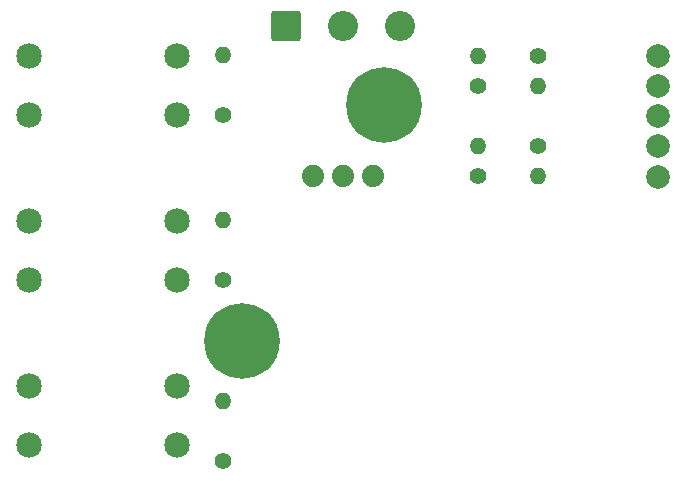
<source format=gbr>
%TF.GenerationSoftware,KiCad,Pcbnew,8.0.6*%
%TF.CreationDate,2024-11-29T18:38:07+11:00*%
%TF.ProjectId,pcb,7063622e-6b69-4636-9164-5f7063625858,rev?*%
%TF.SameCoordinates,Original*%
%TF.FileFunction,Soldermask,Bot*%
%TF.FilePolarity,Negative*%
%FSLAX46Y46*%
G04 Gerber Fmt 4.6, Leading zero omitted, Abs format (unit mm)*
G04 Created by KiCad (PCBNEW 8.0.6) date 2024-11-29 18:38:07*
%MOMM*%
%LPD*%
G01*
G04 APERTURE LIST*
G04 Aperture macros list*
%AMRoundRect*
0 Rectangle with rounded corners*
0 $1 Rounding radius*
0 $2 $3 $4 $5 $6 $7 $8 $9 X,Y pos of 4 corners*
0 Add a 4 corners polygon primitive as box body*
4,1,4,$2,$3,$4,$5,$6,$7,$8,$9,$2,$3,0*
0 Add four circle primitives for the rounded corners*
1,1,$1+$1,$2,$3*
1,1,$1+$1,$4,$5*
1,1,$1+$1,$6,$7*
1,1,$1+$1,$8,$9*
0 Add four rect primitives between the rounded corners*
20,1,$1+$1,$2,$3,$4,$5,0*
20,1,$1+$1,$4,$5,$6,$7,0*
20,1,$1+$1,$6,$7,$8,$9,0*
20,1,$1+$1,$8,$9,$2,$3,0*%
G04 Aperture macros list end*
%ADD10C,1.400000*%
%ADD11O,1.400000X1.400000*%
%ADD12C,6.400000*%
%ADD13C,1.879600*%
%ADD14C,2.000000*%
%ADD15C,2.159000*%
%ADD16RoundRect,0.249999X-1.025001X-1.025001X1.025001X-1.025001X1.025001X1.025001X-1.025001X1.025001X0*%
%ADD17C,2.550000*%
G04 APERTURE END LIST*
D10*
%TO.C,R7*%
X74930000Y-30480000D03*
D11*
X69850000Y-30480000D03*
%TD*%
D12*
%TO.C,H2*%
X61900000Y-34580000D03*
%TD*%
D13*
%TO.C,SW4*%
X55880000Y-40640000D03*
X58420000Y-40640000D03*
X60960000Y-40640000D03*
%TD*%
D14*
%TO.C,A1*%
X85090000Y-40720000D03*
X85090000Y-38100000D03*
X85090000Y-35560000D03*
X85090000Y-33020000D03*
X85090000Y-30480000D03*
%TD*%
D15*
%TO.C,SW2*%
X31850000Y-44410000D03*
X44350000Y-44410000D03*
X31850000Y-49410000D03*
X44350000Y-49410000D03*
%TD*%
D10*
%TO.C,R3*%
X48260000Y-64770000D03*
D11*
X48260000Y-59690000D03*
%TD*%
D10*
%TO.C,R4*%
X69850000Y-40640000D03*
D11*
X74930000Y-40640000D03*
%TD*%
D12*
%TO.C,H1*%
X49900000Y-54580000D03*
%TD*%
D16*
%TO.C,J1*%
X53620000Y-27940000D03*
D17*
X58420000Y-27940000D03*
X63220000Y-27940000D03*
%TD*%
D10*
%TO.C,R1*%
X48260000Y-35480000D03*
D11*
X48260000Y-30400000D03*
%TD*%
D10*
%TO.C,R5*%
X74930000Y-38100000D03*
D11*
X69850000Y-38100000D03*
%TD*%
D15*
%TO.C,SW1*%
X31850000Y-30440000D03*
X44350000Y-30440000D03*
X31850000Y-35440000D03*
X44350000Y-35440000D03*
%TD*%
D10*
%TO.C,R6*%
X69850000Y-33020000D03*
D11*
X74930000Y-33020000D03*
%TD*%
D15*
%TO.C,SW3*%
X31850000Y-58380000D03*
X44350000Y-58380000D03*
X31850000Y-63380000D03*
X44350000Y-63380000D03*
%TD*%
D10*
%TO.C,R2*%
X48260000Y-49450000D03*
D11*
X48260000Y-44370000D03*
%TD*%
M02*

</source>
